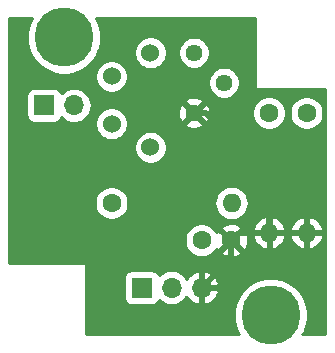
<source format=gbl>
G04 #@! TF.GenerationSoftware,KiCad,Pcbnew,(5.1.4)-1*
G04 #@! TF.CreationDate,2019-09-09T23:43:03+02:00*
G04 #@! TF.ProjectId,PTC,5054432e-6b69-4636-9164-5f7063625858,rev?*
G04 #@! TF.SameCoordinates,PXe4e1c0PY29f6300*
G04 #@! TF.FileFunction,Copper,L2,Bot*
G04 #@! TF.FilePolarity,Positive*
%FSLAX46Y46*%
G04 Gerber Fmt 4.6, Leading zero omitted, Abs format (unit mm)*
G04 Created by KiCad (PCBNEW (5.1.4)-1) date 2019-09-09 23:43:03*
%MOMM*%
%LPD*%
G04 APERTURE LIST*
%ADD10O,1.700000X1.700000*%
%ADD11R,1.700000X1.700000*%
%ADD12C,1.524000*%
%ADD13C,1.440000*%
%ADD14O,1.600000X1.600000*%
%ADD15C,1.600000*%
%ADD16C,5.000000*%
%ADD17C,0.500000*%
%ADD18C,0.254000*%
G04 APERTURE END LIST*
D10*
X6590000Y20505000D03*
D11*
X4050000Y20505000D03*
D10*
X17385000Y5074500D03*
X14845000Y5074500D03*
D11*
X12305000Y5074500D03*
D12*
X13065000Y16950000D03*
X9765000Y22950000D03*
X13065000Y24950000D03*
X9765000Y18950000D03*
D13*
X16750000Y19870000D03*
X19290000Y22410000D03*
X16750000Y24950000D03*
D14*
X19925000Y12250000D03*
D15*
X9765000Y12250000D03*
D14*
X23100000Y9710000D03*
D15*
X23100000Y19870000D03*
D14*
X26275000Y9710000D03*
D15*
X26275000Y19870000D03*
X19885000Y9075000D03*
X17385000Y9075000D03*
D16*
X23250000Y2750000D03*
X5750000Y26250000D03*
D17*
X19885000Y7574500D02*
X19885000Y9075000D01*
X17385000Y5074500D02*
X19885000Y7574500D01*
X20520000Y9710000D02*
X19885000Y9075000D01*
X23100000Y9710000D02*
X20520000Y9710000D01*
X23100000Y9710000D02*
X26275000Y9710000D01*
X23100000Y10841370D02*
X23100000Y9710000D01*
X23100000Y14538233D02*
X23100000Y10841370D01*
X17768233Y19870000D02*
X23100000Y14538233D01*
X16750000Y19870000D02*
X17768233Y19870000D01*
D18*
G36*
X2971799Y27734979D02*
G01*
X2735476Y27164446D01*
X2615000Y26558771D01*
X2615000Y25941229D01*
X2735476Y25335554D01*
X2971799Y24765021D01*
X3314886Y24251554D01*
X3751554Y23814886D01*
X4265021Y23471799D01*
X4835554Y23235476D01*
X5441229Y23115000D01*
X6058771Y23115000D01*
X6664446Y23235476D01*
X7234979Y23471799D01*
X7748446Y23814886D01*
X8185114Y24251554D01*
X8528201Y24765021D01*
X8661814Y25087592D01*
X11668000Y25087592D01*
X11668000Y24812408D01*
X11721686Y24542510D01*
X11826995Y24288273D01*
X11979880Y24059465D01*
X12174465Y23864880D01*
X12403273Y23711995D01*
X12657510Y23606686D01*
X12927408Y23553000D01*
X13202592Y23553000D01*
X13472490Y23606686D01*
X13726727Y23711995D01*
X13955535Y23864880D01*
X14150120Y24059465D01*
X14303005Y24288273D01*
X14408314Y24542510D01*
X14462000Y24812408D01*
X14462000Y25083456D01*
X15395000Y25083456D01*
X15395000Y24816544D01*
X15447072Y24554761D01*
X15549215Y24308167D01*
X15697503Y24086238D01*
X15886238Y23897503D01*
X16108167Y23749215D01*
X16354761Y23647072D01*
X16616544Y23595000D01*
X16883456Y23595000D01*
X17145239Y23647072D01*
X17391833Y23749215D01*
X17613762Y23897503D01*
X17802497Y24086238D01*
X17950785Y24308167D01*
X18052928Y24554761D01*
X18105000Y24816544D01*
X18105000Y25083456D01*
X18052928Y25345239D01*
X17950785Y25591833D01*
X17802497Y25813762D01*
X17613762Y26002497D01*
X17391833Y26150785D01*
X17145239Y26252928D01*
X16883456Y26305000D01*
X16616544Y26305000D01*
X16354761Y26252928D01*
X16108167Y26150785D01*
X15886238Y26002497D01*
X15697503Y25813762D01*
X15549215Y25591833D01*
X15447072Y25345239D01*
X15395000Y25083456D01*
X14462000Y25083456D01*
X14462000Y25087592D01*
X14408314Y25357490D01*
X14303005Y25611727D01*
X14150120Y25840535D01*
X13955535Y26035120D01*
X13726727Y26188005D01*
X13472490Y26293314D01*
X13202592Y26347000D01*
X12927408Y26347000D01*
X12657510Y26293314D01*
X12403273Y26188005D01*
X12174465Y26035120D01*
X11979880Y25840535D01*
X11826995Y25611727D01*
X11721686Y25357490D01*
X11668000Y25087592D01*
X8661814Y25087592D01*
X8764524Y25335554D01*
X8885000Y25941229D01*
X8885000Y26558771D01*
X8764524Y27164446D01*
X8528201Y27734979D01*
X8435978Y27873000D01*
X21873000Y27873000D01*
X21873000Y22000000D01*
X21875440Y21975224D01*
X21882667Y21951399D01*
X21894403Y21929443D01*
X21910197Y21910197D01*
X21929443Y21894403D01*
X21951399Y21882667D01*
X21975224Y21875440D01*
X22000000Y21873000D01*
X27873000Y21873000D01*
X27873000Y1127000D01*
X25935978Y1127000D01*
X26028201Y1265021D01*
X26264524Y1835554D01*
X26385000Y2441229D01*
X26385000Y3058771D01*
X26264524Y3664446D01*
X26028201Y4234979D01*
X25685114Y4748446D01*
X25248446Y5185114D01*
X24734979Y5528201D01*
X24164446Y5764524D01*
X23558771Y5885000D01*
X22941229Y5885000D01*
X22335554Y5764524D01*
X21765021Y5528201D01*
X21251554Y5185114D01*
X20814886Y4748446D01*
X20471799Y4234979D01*
X20235476Y3664446D01*
X20115000Y3058771D01*
X20115000Y2441229D01*
X20235476Y1835554D01*
X20471799Y1265021D01*
X20564022Y1127000D01*
X7627000Y1127000D01*
X7627000Y5924500D01*
X10816928Y5924500D01*
X10816928Y4224500D01*
X10829188Y4100018D01*
X10865498Y3980320D01*
X10924463Y3870006D01*
X11003815Y3773315D01*
X11100506Y3693963D01*
X11210820Y3634998D01*
X11330518Y3598688D01*
X11455000Y3586428D01*
X13155000Y3586428D01*
X13279482Y3598688D01*
X13399180Y3634998D01*
X13509494Y3693963D01*
X13606185Y3773315D01*
X13685537Y3870006D01*
X13744502Y3980320D01*
X13765393Y4049187D01*
X13789866Y4019366D01*
X14015986Y3833794D01*
X14273966Y3695901D01*
X14553889Y3610987D01*
X14772050Y3589500D01*
X14917950Y3589500D01*
X15136111Y3610987D01*
X15416034Y3695901D01*
X15674014Y3833794D01*
X15900134Y4019366D01*
X16085706Y4245486D01*
X16120201Y4310023D01*
X16189822Y4193145D01*
X16384731Y3976912D01*
X16618080Y3802859D01*
X16880901Y3677675D01*
X17028110Y3633024D01*
X17258000Y3754345D01*
X17258000Y4947500D01*
X17512000Y4947500D01*
X17512000Y3754345D01*
X17741890Y3633024D01*
X17889099Y3677675D01*
X18151920Y3802859D01*
X18385269Y3976912D01*
X18580178Y4193145D01*
X18729157Y4443248D01*
X18826481Y4717609D01*
X18705814Y4947500D01*
X17512000Y4947500D01*
X17258000Y4947500D01*
X17238000Y4947500D01*
X17238000Y5201500D01*
X17258000Y5201500D01*
X17258000Y6394655D01*
X17512000Y6394655D01*
X17512000Y5201500D01*
X18705814Y5201500D01*
X18826481Y5431391D01*
X18729157Y5705752D01*
X18580178Y5955855D01*
X18385269Y6172088D01*
X18151920Y6346141D01*
X17889099Y6471325D01*
X17741890Y6515976D01*
X17512000Y6394655D01*
X17258000Y6394655D01*
X17028110Y6515976D01*
X16880901Y6471325D01*
X16618080Y6346141D01*
X16384731Y6172088D01*
X16189822Y5955855D01*
X16120201Y5838977D01*
X16085706Y5903514D01*
X15900134Y6129634D01*
X15674014Y6315206D01*
X15416034Y6453099D01*
X15136111Y6538013D01*
X14917950Y6559500D01*
X14772050Y6559500D01*
X14553889Y6538013D01*
X14273966Y6453099D01*
X14015986Y6315206D01*
X13789866Y6129634D01*
X13765393Y6099813D01*
X13744502Y6168680D01*
X13685537Y6278994D01*
X13606185Y6375685D01*
X13509494Y6455037D01*
X13399180Y6514002D01*
X13279482Y6550312D01*
X13155000Y6562572D01*
X11455000Y6562572D01*
X11330518Y6550312D01*
X11210820Y6514002D01*
X11100506Y6455037D01*
X11003815Y6375685D01*
X10924463Y6278994D01*
X10865498Y6168680D01*
X10829188Y6048982D01*
X10816928Y5924500D01*
X7627000Y5924500D01*
X7627000Y7000000D01*
X7624560Y7024776D01*
X7617333Y7048601D01*
X7605597Y7070557D01*
X7589803Y7089803D01*
X7570557Y7105597D01*
X7548601Y7117333D01*
X7524776Y7124560D01*
X7500000Y7127000D01*
X1127000Y7127000D01*
X1127000Y9216335D01*
X15950000Y9216335D01*
X15950000Y8933665D01*
X16005147Y8656426D01*
X16113320Y8395273D01*
X16270363Y8160241D01*
X16470241Y7960363D01*
X16705273Y7803320D01*
X16966426Y7695147D01*
X17243665Y7640000D01*
X17526335Y7640000D01*
X17803574Y7695147D01*
X18064727Y7803320D01*
X18299759Y7960363D01*
X18421694Y8082298D01*
X19071903Y8082298D01*
X19143486Y7838329D01*
X19398996Y7717429D01*
X19673184Y7648700D01*
X19955512Y7634783D01*
X20235130Y7676213D01*
X20501292Y7771397D01*
X20626514Y7838329D01*
X20698097Y8082298D01*
X19885000Y8895395D01*
X19071903Y8082298D01*
X18421694Y8082298D01*
X18499637Y8160241D01*
X18633692Y8360869D01*
X18648329Y8333486D01*
X18892298Y8261903D01*
X19705395Y9075000D01*
X20064605Y9075000D01*
X20877702Y8261903D01*
X21121671Y8333486D01*
X21242571Y8588996D01*
X21311300Y8863184D01*
X21325217Y9145512D01*
X21293295Y9360960D01*
X21708091Y9360960D01*
X21802930Y9096119D01*
X21947615Y8854869D01*
X22136586Y8646481D01*
X22362580Y8478963D01*
X22616913Y8358754D01*
X22750961Y8318096D01*
X22973000Y8440085D01*
X22973000Y9583000D01*
X23227000Y9583000D01*
X23227000Y8440085D01*
X23449039Y8318096D01*
X23583087Y8358754D01*
X23837420Y8478963D01*
X24063414Y8646481D01*
X24252385Y8854869D01*
X24397070Y9096119D01*
X24491909Y9360960D01*
X24883091Y9360960D01*
X24977930Y9096119D01*
X25122615Y8854869D01*
X25311586Y8646481D01*
X25537580Y8478963D01*
X25791913Y8358754D01*
X25925961Y8318096D01*
X26148000Y8440085D01*
X26148000Y9583000D01*
X26402000Y9583000D01*
X26402000Y8440085D01*
X26624039Y8318096D01*
X26758087Y8358754D01*
X27012420Y8478963D01*
X27238414Y8646481D01*
X27427385Y8854869D01*
X27572070Y9096119D01*
X27666909Y9360960D01*
X27545624Y9583000D01*
X26402000Y9583000D01*
X26148000Y9583000D01*
X25004376Y9583000D01*
X24883091Y9360960D01*
X24491909Y9360960D01*
X24370624Y9583000D01*
X23227000Y9583000D01*
X22973000Y9583000D01*
X21829376Y9583000D01*
X21708091Y9360960D01*
X21293295Y9360960D01*
X21283787Y9425130D01*
X21188603Y9691292D01*
X21121671Y9816514D01*
X20877702Y9888097D01*
X20064605Y9075000D01*
X19705395Y9075000D01*
X18892298Y9888097D01*
X18648329Y9816514D01*
X18634676Y9787659D01*
X18499637Y9989759D01*
X18421694Y10067702D01*
X19071903Y10067702D01*
X19885000Y9254605D01*
X20689435Y10059040D01*
X21708091Y10059040D01*
X21829376Y9837000D01*
X22973000Y9837000D01*
X22973000Y10979915D01*
X23227000Y10979915D01*
X23227000Y9837000D01*
X24370624Y9837000D01*
X24491909Y10059040D01*
X24883091Y10059040D01*
X25004376Y9837000D01*
X26148000Y9837000D01*
X26148000Y10979915D01*
X26402000Y10979915D01*
X26402000Y9837000D01*
X27545624Y9837000D01*
X27666909Y10059040D01*
X27572070Y10323881D01*
X27427385Y10565131D01*
X27238414Y10773519D01*
X27012420Y10941037D01*
X26758087Y11061246D01*
X26624039Y11101904D01*
X26402000Y10979915D01*
X26148000Y10979915D01*
X25925961Y11101904D01*
X25791913Y11061246D01*
X25537580Y10941037D01*
X25311586Y10773519D01*
X25122615Y10565131D01*
X24977930Y10323881D01*
X24883091Y10059040D01*
X24491909Y10059040D01*
X24397070Y10323881D01*
X24252385Y10565131D01*
X24063414Y10773519D01*
X23837420Y10941037D01*
X23583087Y11061246D01*
X23449039Y11101904D01*
X23227000Y10979915D01*
X22973000Y10979915D01*
X22750961Y11101904D01*
X22616913Y11061246D01*
X22362580Y10941037D01*
X22136586Y10773519D01*
X21947615Y10565131D01*
X21802930Y10323881D01*
X21708091Y10059040D01*
X20689435Y10059040D01*
X20698097Y10067702D01*
X20626514Y10311671D01*
X20371004Y10432571D01*
X20096816Y10501300D01*
X19814488Y10515217D01*
X19534870Y10473787D01*
X19268708Y10378603D01*
X19143486Y10311671D01*
X19071903Y10067702D01*
X18421694Y10067702D01*
X18299759Y10189637D01*
X18064727Y10346680D01*
X17803574Y10454853D01*
X17526335Y10510000D01*
X17243665Y10510000D01*
X16966426Y10454853D01*
X16705273Y10346680D01*
X16470241Y10189637D01*
X16270363Y9989759D01*
X16113320Y9754727D01*
X16005147Y9493574D01*
X15950000Y9216335D01*
X1127000Y9216335D01*
X1127000Y12391335D01*
X8330000Y12391335D01*
X8330000Y12108665D01*
X8385147Y11831426D01*
X8493320Y11570273D01*
X8650363Y11335241D01*
X8850241Y11135363D01*
X9085273Y10978320D01*
X9346426Y10870147D01*
X9623665Y10815000D01*
X9906335Y10815000D01*
X10183574Y10870147D01*
X10444727Y10978320D01*
X10679759Y11135363D01*
X10879637Y11335241D01*
X11036680Y11570273D01*
X11144853Y11831426D01*
X11200000Y12108665D01*
X11200000Y12250000D01*
X18483057Y12250000D01*
X18510764Y11968691D01*
X18592818Y11698192D01*
X18726068Y11448899D01*
X18905392Y11230392D01*
X19123899Y11051068D01*
X19373192Y10917818D01*
X19643691Y10835764D01*
X19854508Y10815000D01*
X19995492Y10815000D01*
X20206309Y10835764D01*
X20476808Y10917818D01*
X20726101Y11051068D01*
X20944608Y11230392D01*
X21123932Y11448899D01*
X21257182Y11698192D01*
X21339236Y11968691D01*
X21366943Y12250000D01*
X21339236Y12531309D01*
X21257182Y12801808D01*
X21123932Y13051101D01*
X20944608Y13269608D01*
X20726101Y13448932D01*
X20476808Y13582182D01*
X20206309Y13664236D01*
X19995492Y13685000D01*
X19854508Y13685000D01*
X19643691Y13664236D01*
X19373192Y13582182D01*
X19123899Y13448932D01*
X18905392Y13269608D01*
X18726068Y13051101D01*
X18592818Y12801808D01*
X18510764Y12531309D01*
X18483057Y12250000D01*
X11200000Y12250000D01*
X11200000Y12391335D01*
X11144853Y12668574D01*
X11036680Y12929727D01*
X10879637Y13164759D01*
X10679759Y13364637D01*
X10444727Y13521680D01*
X10183574Y13629853D01*
X9906335Y13685000D01*
X9623665Y13685000D01*
X9346426Y13629853D01*
X9085273Y13521680D01*
X8850241Y13364637D01*
X8650363Y13164759D01*
X8493320Y12929727D01*
X8385147Y12668574D01*
X8330000Y12391335D01*
X1127000Y12391335D01*
X1127000Y17087592D01*
X11668000Y17087592D01*
X11668000Y16812408D01*
X11721686Y16542510D01*
X11826995Y16288273D01*
X11979880Y16059465D01*
X12174465Y15864880D01*
X12403273Y15711995D01*
X12657510Y15606686D01*
X12927408Y15553000D01*
X13202592Y15553000D01*
X13472490Y15606686D01*
X13726727Y15711995D01*
X13955535Y15864880D01*
X14150120Y16059465D01*
X14303005Y16288273D01*
X14408314Y16542510D01*
X14462000Y16812408D01*
X14462000Y17087592D01*
X14408314Y17357490D01*
X14303005Y17611727D01*
X14150120Y17840535D01*
X13955535Y18035120D01*
X13726727Y18188005D01*
X13472490Y18293314D01*
X13202592Y18347000D01*
X12927408Y18347000D01*
X12657510Y18293314D01*
X12403273Y18188005D01*
X12174465Y18035120D01*
X11979880Y17840535D01*
X11826995Y17611727D01*
X11721686Y17357490D01*
X11668000Y17087592D01*
X1127000Y17087592D01*
X1127000Y21355000D01*
X2561928Y21355000D01*
X2561928Y19655000D01*
X2574188Y19530518D01*
X2610498Y19410820D01*
X2669463Y19300506D01*
X2748815Y19203815D01*
X2845506Y19124463D01*
X2955820Y19065498D01*
X3075518Y19029188D01*
X3200000Y19016928D01*
X4900000Y19016928D01*
X5024482Y19029188D01*
X5144180Y19065498D01*
X5254494Y19124463D01*
X5351185Y19203815D01*
X5430537Y19300506D01*
X5489502Y19410820D01*
X5510393Y19479687D01*
X5534866Y19449866D01*
X5760986Y19264294D01*
X6018966Y19126401D01*
X6298889Y19041487D01*
X6517050Y19020000D01*
X6662950Y19020000D01*
X6881111Y19041487D01*
X7033098Y19087592D01*
X8368000Y19087592D01*
X8368000Y18812408D01*
X8421686Y18542510D01*
X8526995Y18288273D01*
X8679880Y18059465D01*
X8874465Y17864880D01*
X9103273Y17711995D01*
X9357510Y17606686D01*
X9627408Y17553000D01*
X9902592Y17553000D01*
X10172490Y17606686D01*
X10426727Y17711995D01*
X10655535Y17864880D01*
X10850120Y18059465D01*
X11003005Y18288273D01*
X11108314Y18542510D01*
X11162000Y18812408D01*
X11162000Y18934440D01*
X15994045Y18934440D01*
X16055932Y18698632D01*
X16297790Y18585734D01*
X16557027Y18522189D01*
X16823680Y18510439D01*
X17087501Y18550937D01*
X17338353Y18642125D01*
X17444068Y18698632D01*
X17505955Y18934440D01*
X16750000Y19690395D01*
X15994045Y18934440D01*
X11162000Y18934440D01*
X11162000Y19087592D01*
X11108314Y19357490D01*
X11003005Y19611727D01*
X10879664Y19796320D01*
X15390439Y19796320D01*
X15430937Y19532499D01*
X15522125Y19281647D01*
X15578632Y19175932D01*
X15814440Y19114045D01*
X16570395Y19870000D01*
X16929605Y19870000D01*
X17685560Y19114045D01*
X17921368Y19175932D01*
X18034266Y19417790D01*
X18097811Y19677027D01*
X18109561Y19943680D01*
X18099176Y20011335D01*
X21665000Y20011335D01*
X21665000Y19728665D01*
X21720147Y19451426D01*
X21828320Y19190273D01*
X21985363Y18955241D01*
X22185241Y18755363D01*
X22420273Y18598320D01*
X22681426Y18490147D01*
X22958665Y18435000D01*
X23241335Y18435000D01*
X23518574Y18490147D01*
X23779727Y18598320D01*
X24014759Y18755363D01*
X24214637Y18955241D01*
X24371680Y19190273D01*
X24479853Y19451426D01*
X24535000Y19728665D01*
X24535000Y20011335D01*
X24840000Y20011335D01*
X24840000Y19728665D01*
X24895147Y19451426D01*
X25003320Y19190273D01*
X25160363Y18955241D01*
X25360241Y18755363D01*
X25595273Y18598320D01*
X25856426Y18490147D01*
X26133665Y18435000D01*
X26416335Y18435000D01*
X26693574Y18490147D01*
X26954727Y18598320D01*
X27189759Y18755363D01*
X27389637Y18955241D01*
X27546680Y19190273D01*
X27654853Y19451426D01*
X27710000Y19728665D01*
X27710000Y20011335D01*
X27654853Y20288574D01*
X27546680Y20549727D01*
X27389637Y20784759D01*
X27189759Y20984637D01*
X26954727Y21141680D01*
X26693574Y21249853D01*
X26416335Y21305000D01*
X26133665Y21305000D01*
X25856426Y21249853D01*
X25595273Y21141680D01*
X25360241Y20984637D01*
X25160363Y20784759D01*
X25003320Y20549727D01*
X24895147Y20288574D01*
X24840000Y20011335D01*
X24535000Y20011335D01*
X24479853Y20288574D01*
X24371680Y20549727D01*
X24214637Y20784759D01*
X24014759Y20984637D01*
X23779727Y21141680D01*
X23518574Y21249853D01*
X23241335Y21305000D01*
X22958665Y21305000D01*
X22681426Y21249853D01*
X22420273Y21141680D01*
X22185241Y20984637D01*
X21985363Y20784759D01*
X21828320Y20549727D01*
X21720147Y20288574D01*
X21665000Y20011335D01*
X18099176Y20011335D01*
X18069063Y20207501D01*
X17977875Y20458353D01*
X17921368Y20564068D01*
X17685560Y20625955D01*
X16929605Y19870000D01*
X16570395Y19870000D01*
X15814440Y20625955D01*
X15578632Y20564068D01*
X15465734Y20322210D01*
X15402189Y20062973D01*
X15390439Y19796320D01*
X10879664Y19796320D01*
X10850120Y19840535D01*
X10655535Y20035120D01*
X10426727Y20188005D01*
X10172490Y20293314D01*
X9902592Y20347000D01*
X9627408Y20347000D01*
X9357510Y20293314D01*
X9103273Y20188005D01*
X8874465Y20035120D01*
X8679880Y19840535D01*
X8526995Y19611727D01*
X8421686Y19357490D01*
X8368000Y19087592D01*
X7033098Y19087592D01*
X7161034Y19126401D01*
X7419014Y19264294D01*
X7645134Y19449866D01*
X7830706Y19675986D01*
X7968599Y19933966D01*
X8053513Y20213889D01*
X8082185Y20505000D01*
X8053513Y20796111D01*
X8050647Y20805560D01*
X15994045Y20805560D01*
X16750000Y20049605D01*
X17505955Y20805560D01*
X17444068Y21041368D01*
X17202210Y21154266D01*
X16942973Y21217811D01*
X16676320Y21229561D01*
X16412499Y21189063D01*
X16161647Y21097875D01*
X16055932Y21041368D01*
X15994045Y20805560D01*
X8050647Y20805560D01*
X7968599Y21076034D01*
X7830706Y21334014D01*
X7645134Y21560134D01*
X7419014Y21745706D01*
X7161034Y21883599D01*
X6881111Y21968513D01*
X6662950Y21990000D01*
X6517050Y21990000D01*
X6298889Y21968513D01*
X6018966Y21883599D01*
X5760986Y21745706D01*
X5534866Y21560134D01*
X5510393Y21530313D01*
X5489502Y21599180D01*
X5430537Y21709494D01*
X5351185Y21806185D01*
X5254494Y21885537D01*
X5144180Y21944502D01*
X5024482Y21980812D01*
X4900000Y21993072D01*
X3200000Y21993072D01*
X3075518Y21980812D01*
X2955820Y21944502D01*
X2845506Y21885537D01*
X2748815Y21806185D01*
X2669463Y21709494D01*
X2610498Y21599180D01*
X2574188Y21479482D01*
X2561928Y21355000D01*
X1127000Y21355000D01*
X1127000Y23087592D01*
X8368000Y23087592D01*
X8368000Y22812408D01*
X8421686Y22542510D01*
X8526995Y22288273D01*
X8679880Y22059465D01*
X8874465Y21864880D01*
X9103273Y21711995D01*
X9357510Y21606686D01*
X9627408Y21553000D01*
X9902592Y21553000D01*
X10172490Y21606686D01*
X10426727Y21711995D01*
X10655535Y21864880D01*
X10850120Y22059465D01*
X11003005Y22288273D01*
X11108314Y22542510D01*
X11108502Y22543456D01*
X17935000Y22543456D01*
X17935000Y22276544D01*
X17987072Y22014761D01*
X18089215Y21768167D01*
X18237503Y21546238D01*
X18426238Y21357503D01*
X18648167Y21209215D01*
X18894761Y21107072D01*
X19156544Y21055000D01*
X19423456Y21055000D01*
X19685239Y21107072D01*
X19931833Y21209215D01*
X20153762Y21357503D01*
X20342497Y21546238D01*
X20490785Y21768167D01*
X20592928Y22014761D01*
X20645000Y22276544D01*
X20645000Y22543456D01*
X20592928Y22805239D01*
X20490785Y23051833D01*
X20342497Y23273762D01*
X20153762Y23462497D01*
X19931833Y23610785D01*
X19685239Y23712928D01*
X19423456Y23765000D01*
X19156544Y23765000D01*
X18894761Y23712928D01*
X18648167Y23610785D01*
X18426238Y23462497D01*
X18237503Y23273762D01*
X18089215Y23051833D01*
X17987072Y22805239D01*
X17935000Y22543456D01*
X11108502Y22543456D01*
X11162000Y22812408D01*
X11162000Y23087592D01*
X11108314Y23357490D01*
X11003005Y23611727D01*
X10850120Y23840535D01*
X10655535Y24035120D01*
X10426727Y24188005D01*
X10172490Y24293314D01*
X9902592Y24347000D01*
X9627408Y24347000D01*
X9357510Y24293314D01*
X9103273Y24188005D01*
X8874465Y24035120D01*
X8679880Y23840535D01*
X8526995Y23611727D01*
X8421686Y23357490D01*
X8368000Y23087592D01*
X1127000Y23087592D01*
X1127000Y27873000D01*
X3064022Y27873000D01*
X2971799Y27734979D01*
X2971799Y27734979D01*
G37*
X2971799Y27734979D02*
X2735476Y27164446D01*
X2615000Y26558771D01*
X2615000Y25941229D01*
X2735476Y25335554D01*
X2971799Y24765021D01*
X3314886Y24251554D01*
X3751554Y23814886D01*
X4265021Y23471799D01*
X4835554Y23235476D01*
X5441229Y23115000D01*
X6058771Y23115000D01*
X6664446Y23235476D01*
X7234979Y23471799D01*
X7748446Y23814886D01*
X8185114Y24251554D01*
X8528201Y24765021D01*
X8661814Y25087592D01*
X11668000Y25087592D01*
X11668000Y24812408D01*
X11721686Y24542510D01*
X11826995Y24288273D01*
X11979880Y24059465D01*
X12174465Y23864880D01*
X12403273Y23711995D01*
X12657510Y23606686D01*
X12927408Y23553000D01*
X13202592Y23553000D01*
X13472490Y23606686D01*
X13726727Y23711995D01*
X13955535Y23864880D01*
X14150120Y24059465D01*
X14303005Y24288273D01*
X14408314Y24542510D01*
X14462000Y24812408D01*
X14462000Y25083456D01*
X15395000Y25083456D01*
X15395000Y24816544D01*
X15447072Y24554761D01*
X15549215Y24308167D01*
X15697503Y24086238D01*
X15886238Y23897503D01*
X16108167Y23749215D01*
X16354761Y23647072D01*
X16616544Y23595000D01*
X16883456Y23595000D01*
X17145239Y23647072D01*
X17391833Y23749215D01*
X17613762Y23897503D01*
X17802497Y24086238D01*
X17950785Y24308167D01*
X18052928Y24554761D01*
X18105000Y24816544D01*
X18105000Y25083456D01*
X18052928Y25345239D01*
X17950785Y25591833D01*
X17802497Y25813762D01*
X17613762Y26002497D01*
X17391833Y26150785D01*
X17145239Y26252928D01*
X16883456Y26305000D01*
X16616544Y26305000D01*
X16354761Y26252928D01*
X16108167Y26150785D01*
X15886238Y26002497D01*
X15697503Y25813762D01*
X15549215Y25591833D01*
X15447072Y25345239D01*
X15395000Y25083456D01*
X14462000Y25083456D01*
X14462000Y25087592D01*
X14408314Y25357490D01*
X14303005Y25611727D01*
X14150120Y25840535D01*
X13955535Y26035120D01*
X13726727Y26188005D01*
X13472490Y26293314D01*
X13202592Y26347000D01*
X12927408Y26347000D01*
X12657510Y26293314D01*
X12403273Y26188005D01*
X12174465Y26035120D01*
X11979880Y25840535D01*
X11826995Y25611727D01*
X11721686Y25357490D01*
X11668000Y25087592D01*
X8661814Y25087592D01*
X8764524Y25335554D01*
X8885000Y25941229D01*
X8885000Y26558771D01*
X8764524Y27164446D01*
X8528201Y27734979D01*
X8435978Y27873000D01*
X21873000Y27873000D01*
X21873000Y22000000D01*
X21875440Y21975224D01*
X21882667Y21951399D01*
X21894403Y21929443D01*
X21910197Y21910197D01*
X21929443Y21894403D01*
X21951399Y21882667D01*
X21975224Y21875440D01*
X22000000Y21873000D01*
X27873000Y21873000D01*
X27873000Y1127000D01*
X25935978Y1127000D01*
X26028201Y1265021D01*
X26264524Y1835554D01*
X26385000Y2441229D01*
X26385000Y3058771D01*
X26264524Y3664446D01*
X26028201Y4234979D01*
X25685114Y4748446D01*
X25248446Y5185114D01*
X24734979Y5528201D01*
X24164446Y5764524D01*
X23558771Y5885000D01*
X22941229Y5885000D01*
X22335554Y5764524D01*
X21765021Y5528201D01*
X21251554Y5185114D01*
X20814886Y4748446D01*
X20471799Y4234979D01*
X20235476Y3664446D01*
X20115000Y3058771D01*
X20115000Y2441229D01*
X20235476Y1835554D01*
X20471799Y1265021D01*
X20564022Y1127000D01*
X7627000Y1127000D01*
X7627000Y5924500D01*
X10816928Y5924500D01*
X10816928Y4224500D01*
X10829188Y4100018D01*
X10865498Y3980320D01*
X10924463Y3870006D01*
X11003815Y3773315D01*
X11100506Y3693963D01*
X11210820Y3634998D01*
X11330518Y3598688D01*
X11455000Y3586428D01*
X13155000Y3586428D01*
X13279482Y3598688D01*
X13399180Y3634998D01*
X13509494Y3693963D01*
X13606185Y3773315D01*
X13685537Y3870006D01*
X13744502Y3980320D01*
X13765393Y4049187D01*
X13789866Y4019366D01*
X14015986Y3833794D01*
X14273966Y3695901D01*
X14553889Y3610987D01*
X14772050Y3589500D01*
X14917950Y3589500D01*
X15136111Y3610987D01*
X15416034Y3695901D01*
X15674014Y3833794D01*
X15900134Y4019366D01*
X16085706Y4245486D01*
X16120201Y4310023D01*
X16189822Y4193145D01*
X16384731Y3976912D01*
X16618080Y3802859D01*
X16880901Y3677675D01*
X17028110Y3633024D01*
X17258000Y3754345D01*
X17258000Y4947500D01*
X17512000Y4947500D01*
X17512000Y3754345D01*
X17741890Y3633024D01*
X17889099Y3677675D01*
X18151920Y3802859D01*
X18385269Y3976912D01*
X18580178Y4193145D01*
X18729157Y4443248D01*
X18826481Y4717609D01*
X18705814Y4947500D01*
X17512000Y4947500D01*
X17258000Y4947500D01*
X17238000Y4947500D01*
X17238000Y5201500D01*
X17258000Y5201500D01*
X17258000Y6394655D01*
X17512000Y6394655D01*
X17512000Y5201500D01*
X18705814Y5201500D01*
X18826481Y5431391D01*
X18729157Y5705752D01*
X18580178Y5955855D01*
X18385269Y6172088D01*
X18151920Y6346141D01*
X17889099Y6471325D01*
X17741890Y6515976D01*
X17512000Y6394655D01*
X17258000Y6394655D01*
X17028110Y6515976D01*
X16880901Y6471325D01*
X16618080Y6346141D01*
X16384731Y6172088D01*
X16189822Y5955855D01*
X16120201Y5838977D01*
X16085706Y5903514D01*
X15900134Y6129634D01*
X15674014Y6315206D01*
X15416034Y6453099D01*
X15136111Y6538013D01*
X14917950Y6559500D01*
X14772050Y6559500D01*
X14553889Y6538013D01*
X14273966Y6453099D01*
X14015986Y6315206D01*
X13789866Y6129634D01*
X13765393Y6099813D01*
X13744502Y6168680D01*
X13685537Y6278994D01*
X13606185Y6375685D01*
X13509494Y6455037D01*
X13399180Y6514002D01*
X13279482Y6550312D01*
X13155000Y6562572D01*
X11455000Y6562572D01*
X11330518Y6550312D01*
X11210820Y6514002D01*
X11100506Y6455037D01*
X11003815Y6375685D01*
X10924463Y6278994D01*
X10865498Y6168680D01*
X10829188Y6048982D01*
X10816928Y5924500D01*
X7627000Y5924500D01*
X7627000Y7000000D01*
X7624560Y7024776D01*
X7617333Y7048601D01*
X7605597Y7070557D01*
X7589803Y7089803D01*
X7570557Y7105597D01*
X7548601Y7117333D01*
X7524776Y7124560D01*
X7500000Y7127000D01*
X1127000Y7127000D01*
X1127000Y9216335D01*
X15950000Y9216335D01*
X15950000Y8933665D01*
X16005147Y8656426D01*
X16113320Y8395273D01*
X16270363Y8160241D01*
X16470241Y7960363D01*
X16705273Y7803320D01*
X16966426Y7695147D01*
X17243665Y7640000D01*
X17526335Y7640000D01*
X17803574Y7695147D01*
X18064727Y7803320D01*
X18299759Y7960363D01*
X18421694Y8082298D01*
X19071903Y8082298D01*
X19143486Y7838329D01*
X19398996Y7717429D01*
X19673184Y7648700D01*
X19955512Y7634783D01*
X20235130Y7676213D01*
X20501292Y7771397D01*
X20626514Y7838329D01*
X20698097Y8082298D01*
X19885000Y8895395D01*
X19071903Y8082298D01*
X18421694Y8082298D01*
X18499637Y8160241D01*
X18633692Y8360869D01*
X18648329Y8333486D01*
X18892298Y8261903D01*
X19705395Y9075000D01*
X20064605Y9075000D01*
X20877702Y8261903D01*
X21121671Y8333486D01*
X21242571Y8588996D01*
X21311300Y8863184D01*
X21325217Y9145512D01*
X21293295Y9360960D01*
X21708091Y9360960D01*
X21802930Y9096119D01*
X21947615Y8854869D01*
X22136586Y8646481D01*
X22362580Y8478963D01*
X22616913Y8358754D01*
X22750961Y8318096D01*
X22973000Y8440085D01*
X22973000Y9583000D01*
X23227000Y9583000D01*
X23227000Y8440085D01*
X23449039Y8318096D01*
X23583087Y8358754D01*
X23837420Y8478963D01*
X24063414Y8646481D01*
X24252385Y8854869D01*
X24397070Y9096119D01*
X24491909Y9360960D01*
X24883091Y9360960D01*
X24977930Y9096119D01*
X25122615Y8854869D01*
X25311586Y8646481D01*
X25537580Y8478963D01*
X25791913Y8358754D01*
X25925961Y8318096D01*
X26148000Y8440085D01*
X26148000Y9583000D01*
X26402000Y9583000D01*
X26402000Y8440085D01*
X26624039Y8318096D01*
X26758087Y8358754D01*
X27012420Y8478963D01*
X27238414Y8646481D01*
X27427385Y8854869D01*
X27572070Y9096119D01*
X27666909Y9360960D01*
X27545624Y9583000D01*
X26402000Y9583000D01*
X26148000Y9583000D01*
X25004376Y9583000D01*
X24883091Y9360960D01*
X24491909Y9360960D01*
X24370624Y9583000D01*
X23227000Y9583000D01*
X22973000Y9583000D01*
X21829376Y9583000D01*
X21708091Y9360960D01*
X21293295Y9360960D01*
X21283787Y9425130D01*
X21188603Y9691292D01*
X21121671Y9816514D01*
X20877702Y9888097D01*
X20064605Y9075000D01*
X19705395Y9075000D01*
X18892298Y9888097D01*
X18648329Y9816514D01*
X18634676Y9787659D01*
X18499637Y9989759D01*
X18421694Y10067702D01*
X19071903Y10067702D01*
X19885000Y9254605D01*
X20689435Y10059040D01*
X21708091Y10059040D01*
X21829376Y9837000D01*
X22973000Y9837000D01*
X22973000Y10979915D01*
X23227000Y10979915D01*
X23227000Y9837000D01*
X24370624Y9837000D01*
X24491909Y10059040D01*
X24883091Y10059040D01*
X25004376Y9837000D01*
X26148000Y9837000D01*
X26148000Y10979915D01*
X26402000Y10979915D01*
X26402000Y9837000D01*
X27545624Y9837000D01*
X27666909Y10059040D01*
X27572070Y10323881D01*
X27427385Y10565131D01*
X27238414Y10773519D01*
X27012420Y10941037D01*
X26758087Y11061246D01*
X26624039Y11101904D01*
X26402000Y10979915D01*
X26148000Y10979915D01*
X25925961Y11101904D01*
X25791913Y11061246D01*
X25537580Y10941037D01*
X25311586Y10773519D01*
X25122615Y10565131D01*
X24977930Y10323881D01*
X24883091Y10059040D01*
X24491909Y10059040D01*
X24397070Y10323881D01*
X24252385Y10565131D01*
X24063414Y10773519D01*
X23837420Y10941037D01*
X23583087Y11061246D01*
X23449039Y11101904D01*
X23227000Y10979915D01*
X22973000Y10979915D01*
X22750961Y11101904D01*
X22616913Y11061246D01*
X22362580Y10941037D01*
X22136586Y10773519D01*
X21947615Y10565131D01*
X21802930Y10323881D01*
X21708091Y10059040D01*
X20689435Y10059040D01*
X20698097Y10067702D01*
X20626514Y10311671D01*
X20371004Y10432571D01*
X20096816Y10501300D01*
X19814488Y10515217D01*
X19534870Y10473787D01*
X19268708Y10378603D01*
X19143486Y10311671D01*
X19071903Y10067702D01*
X18421694Y10067702D01*
X18299759Y10189637D01*
X18064727Y10346680D01*
X17803574Y10454853D01*
X17526335Y10510000D01*
X17243665Y10510000D01*
X16966426Y10454853D01*
X16705273Y10346680D01*
X16470241Y10189637D01*
X16270363Y9989759D01*
X16113320Y9754727D01*
X16005147Y9493574D01*
X15950000Y9216335D01*
X1127000Y9216335D01*
X1127000Y12391335D01*
X8330000Y12391335D01*
X8330000Y12108665D01*
X8385147Y11831426D01*
X8493320Y11570273D01*
X8650363Y11335241D01*
X8850241Y11135363D01*
X9085273Y10978320D01*
X9346426Y10870147D01*
X9623665Y10815000D01*
X9906335Y10815000D01*
X10183574Y10870147D01*
X10444727Y10978320D01*
X10679759Y11135363D01*
X10879637Y11335241D01*
X11036680Y11570273D01*
X11144853Y11831426D01*
X11200000Y12108665D01*
X11200000Y12250000D01*
X18483057Y12250000D01*
X18510764Y11968691D01*
X18592818Y11698192D01*
X18726068Y11448899D01*
X18905392Y11230392D01*
X19123899Y11051068D01*
X19373192Y10917818D01*
X19643691Y10835764D01*
X19854508Y10815000D01*
X19995492Y10815000D01*
X20206309Y10835764D01*
X20476808Y10917818D01*
X20726101Y11051068D01*
X20944608Y11230392D01*
X21123932Y11448899D01*
X21257182Y11698192D01*
X21339236Y11968691D01*
X21366943Y12250000D01*
X21339236Y12531309D01*
X21257182Y12801808D01*
X21123932Y13051101D01*
X20944608Y13269608D01*
X20726101Y13448932D01*
X20476808Y13582182D01*
X20206309Y13664236D01*
X19995492Y13685000D01*
X19854508Y13685000D01*
X19643691Y13664236D01*
X19373192Y13582182D01*
X19123899Y13448932D01*
X18905392Y13269608D01*
X18726068Y13051101D01*
X18592818Y12801808D01*
X18510764Y12531309D01*
X18483057Y12250000D01*
X11200000Y12250000D01*
X11200000Y12391335D01*
X11144853Y12668574D01*
X11036680Y12929727D01*
X10879637Y13164759D01*
X10679759Y13364637D01*
X10444727Y13521680D01*
X10183574Y13629853D01*
X9906335Y13685000D01*
X9623665Y13685000D01*
X9346426Y13629853D01*
X9085273Y13521680D01*
X8850241Y13364637D01*
X8650363Y13164759D01*
X8493320Y12929727D01*
X8385147Y12668574D01*
X8330000Y12391335D01*
X1127000Y12391335D01*
X1127000Y17087592D01*
X11668000Y17087592D01*
X11668000Y16812408D01*
X11721686Y16542510D01*
X11826995Y16288273D01*
X11979880Y16059465D01*
X12174465Y15864880D01*
X12403273Y15711995D01*
X12657510Y15606686D01*
X12927408Y15553000D01*
X13202592Y15553000D01*
X13472490Y15606686D01*
X13726727Y15711995D01*
X13955535Y15864880D01*
X14150120Y16059465D01*
X14303005Y16288273D01*
X14408314Y16542510D01*
X14462000Y16812408D01*
X14462000Y17087592D01*
X14408314Y17357490D01*
X14303005Y17611727D01*
X14150120Y17840535D01*
X13955535Y18035120D01*
X13726727Y18188005D01*
X13472490Y18293314D01*
X13202592Y18347000D01*
X12927408Y18347000D01*
X12657510Y18293314D01*
X12403273Y18188005D01*
X12174465Y18035120D01*
X11979880Y17840535D01*
X11826995Y17611727D01*
X11721686Y17357490D01*
X11668000Y17087592D01*
X1127000Y17087592D01*
X1127000Y21355000D01*
X2561928Y21355000D01*
X2561928Y19655000D01*
X2574188Y19530518D01*
X2610498Y19410820D01*
X2669463Y19300506D01*
X2748815Y19203815D01*
X2845506Y19124463D01*
X2955820Y19065498D01*
X3075518Y19029188D01*
X3200000Y19016928D01*
X4900000Y19016928D01*
X5024482Y19029188D01*
X5144180Y19065498D01*
X5254494Y19124463D01*
X5351185Y19203815D01*
X5430537Y19300506D01*
X5489502Y19410820D01*
X5510393Y19479687D01*
X5534866Y19449866D01*
X5760986Y19264294D01*
X6018966Y19126401D01*
X6298889Y19041487D01*
X6517050Y19020000D01*
X6662950Y19020000D01*
X6881111Y19041487D01*
X7033098Y19087592D01*
X8368000Y19087592D01*
X8368000Y18812408D01*
X8421686Y18542510D01*
X8526995Y18288273D01*
X8679880Y18059465D01*
X8874465Y17864880D01*
X9103273Y17711995D01*
X9357510Y17606686D01*
X9627408Y17553000D01*
X9902592Y17553000D01*
X10172490Y17606686D01*
X10426727Y17711995D01*
X10655535Y17864880D01*
X10850120Y18059465D01*
X11003005Y18288273D01*
X11108314Y18542510D01*
X11162000Y18812408D01*
X11162000Y18934440D01*
X15994045Y18934440D01*
X16055932Y18698632D01*
X16297790Y18585734D01*
X16557027Y18522189D01*
X16823680Y18510439D01*
X17087501Y18550937D01*
X17338353Y18642125D01*
X17444068Y18698632D01*
X17505955Y18934440D01*
X16750000Y19690395D01*
X15994045Y18934440D01*
X11162000Y18934440D01*
X11162000Y19087592D01*
X11108314Y19357490D01*
X11003005Y19611727D01*
X10879664Y19796320D01*
X15390439Y19796320D01*
X15430937Y19532499D01*
X15522125Y19281647D01*
X15578632Y19175932D01*
X15814440Y19114045D01*
X16570395Y19870000D01*
X16929605Y19870000D01*
X17685560Y19114045D01*
X17921368Y19175932D01*
X18034266Y19417790D01*
X18097811Y19677027D01*
X18109561Y19943680D01*
X18099176Y20011335D01*
X21665000Y20011335D01*
X21665000Y19728665D01*
X21720147Y19451426D01*
X21828320Y19190273D01*
X21985363Y18955241D01*
X22185241Y18755363D01*
X22420273Y18598320D01*
X22681426Y18490147D01*
X22958665Y18435000D01*
X23241335Y18435000D01*
X23518574Y18490147D01*
X23779727Y18598320D01*
X24014759Y18755363D01*
X24214637Y18955241D01*
X24371680Y19190273D01*
X24479853Y19451426D01*
X24535000Y19728665D01*
X24535000Y20011335D01*
X24840000Y20011335D01*
X24840000Y19728665D01*
X24895147Y19451426D01*
X25003320Y19190273D01*
X25160363Y18955241D01*
X25360241Y18755363D01*
X25595273Y18598320D01*
X25856426Y18490147D01*
X26133665Y18435000D01*
X26416335Y18435000D01*
X26693574Y18490147D01*
X26954727Y18598320D01*
X27189759Y18755363D01*
X27389637Y18955241D01*
X27546680Y19190273D01*
X27654853Y19451426D01*
X27710000Y19728665D01*
X27710000Y20011335D01*
X27654853Y20288574D01*
X27546680Y20549727D01*
X27389637Y20784759D01*
X27189759Y20984637D01*
X26954727Y21141680D01*
X26693574Y21249853D01*
X26416335Y21305000D01*
X26133665Y21305000D01*
X25856426Y21249853D01*
X25595273Y21141680D01*
X25360241Y20984637D01*
X25160363Y20784759D01*
X25003320Y20549727D01*
X24895147Y20288574D01*
X24840000Y20011335D01*
X24535000Y20011335D01*
X24479853Y20288574D01*
X24371680Y20549727D01*
X24214637Y20784759D01*
X24014759Y20984637D01*
X23779727Y21141680D01*
X23518574Y21249853D01*
X23241335Y21305000D01*
X22958665Y21305000D01*
X22681426Y21249853D01*
X22420273Y21141680D01*
X22185241Y20984637D01*
X21985363Y20784759D01*
X21828320Y20549727D01*
X21720147Y20288574D01*
X21665000Y20011335D01*
X18099176Y20011335D01*
X18069063Y20207501D01*
X17977875Y20458353D01*
X17921368Y20564068D01*
X17685560Y20625955D01*
X16929605Y19870000D01*
X16570395Y19870000D01*
X15814440Y20625955D01*
X15578632Y20564068D01*
X15465734Y20322210D01*
X15402189Y20062973D01*
X15390439Y19796320D01*
X10879664Y19796320D01*
X10850120Y19840535D01*
X10655535Y20035120D01*
X10426727Y20188005D01*
X10172490Y20293314D01*
X9902592Y20347000D01*
X9627408Y20347000D01*
X9357510Y20293314D01*
X9103273Y20188005D01*
X8874465Y20035120D01*
X8679880Y19840535D01*
X8526995Y19611727D01*
X8421686Y19357490D01*
X8368000Y19087592D01*
X7033098Y19087592D01*
X7161034Y19126401D01*
X7419014Y19264294D01*
X7645134Y19449866D01*
X7830706Y19675986D01*
X7968599Y19933966D01*
X8053513Y20213889D01*
X8082185Y20505000D01*
X8053513Y20796111D01*
X8050647Y20805560D01*
X15994045Y20805560D01*
X16750000Y20049605D01*
X17505955Y20805560D01*
X17444068Y21041368D01*
X17202210Y21154266D01*
X16942973Y21217811D01*
X16676320Y21229561D01*
X16412499Y21189063D01*
X16161647Y21097875D01*
X16055932Y21041368D01*
X15994045Y20805560D01*
X8050647Y20805560D01*
X7968599Y21076034D01*
X7830706Y21334014D01*
X7645134Y21560134D01*
X7419014Y21745706D01*
X7161034Y21883599D01*
X6881111Y21968513D01*
X6662950Y21990000D01*
X6517050Y21990000D01*
X6298889Y21968513D01*
X6018966Y21883599D01*
X5760986Y21745706D01*
X5534866Y21560134D01*
X5510393Y21530313D01*
X5489502Y21599180D01*
X5430537Y21709494D01*
X5351185Y21806185D01*
X5254494Y21885537D01*
X5144180Y21944502D01*
X5024482Y21980812D01*
X4900000Y21993072D01*
X3200000Y21993072D01*
X3075518Y21980812D01*
X2955820Y21944502D01*
X2845506Y21885537D01*
X2748815Y21806185D01*
X2669463Y21709494D01*
X2610498Y21599180D01*
X2574188Y21479482D01*
X2561928Y21355000D01*
X1127000Y21355000D01*
X1127000Y23087592D01*
X8368000Y23087592D01*
X8368000Y22812408D01*
X8421686Y22542510D01*
X8526995Y22288273D01*
X8679880Y22059465D01*
X8874465Y21864880D01*
X9103273Y21711995D01*
X9357510Y21606686D01*
X9627408Y21553000D01*
X9902592Y21553000D01*
X10172490Y21606686D01*
X10426727Y21711995D01*
X10655535Y21864880D01*
X10850120Y22059465D01*
X11003005Y22288273D01*
X11108314Y22542510D01*
X11108502Y22543456D01*
X17935000Y22543456D01*
X17935000Y22276544D01*
X17987072Y22014761D01*
X18089215Y21768167D01*
X18237503Y21546238D01*
X18426238Y21357503D01*
X18648167Y21209215D01*
X18894761Y21107072D01*
X19156544Y21055000D01*
X19423456Y21055000D01*
X19685239Y21107072D01*
X19931833Y21209215D01*
X20153762Y21357503D01*
X20342497Y21546238D01*
X20490785Y21768167D01*
X20592928Y22014761D01*
X20645000Y22276544D01*
X20645000Y22543456D01*
X20592928Y22805239D01*
X20490785Y23051833D01*
X20342497Y23273762D01*
X20153762Y23462497D01*
X19931833Y23610785D01*
X19685239Y23712928D01*
X19423456Y23765000D01*
X19156544Y23765000D01*
X18894761Y23712928D01*
X18648167Y23610785D01*
X18426238Y23462497D01*
X18237503Y23273762D01*
X18089215Y23051833D01*
X17987072Y22805239D01*
X17935000Y22543456D01*
X11108502Y22543456D01*
X11162000Y22812408D01*
X11162000Y23087592D01*
X11108314Y23357490D01*
X11003005Y23611727D01*
X10850120Y23840535D01*
X10655535Y24035120D01*
X10426727Y24188005D01*
X10172490Y24293314D01*
X9902592Y24347000D01*
X9627408Y24347000D01*
X9357510Y24293314D01*
X9103273Y24188005D01*
X8874465Y24035120D01*
X8679880Y23840535D01*
X8526995Y23611727D01*
X8421686Y23357490D01*
X8368000Y23087592D01*
X1127000Y23087592D01*
X1127000Y27873000D01*
X3064022Y27873000D01*
X2971799Y27734979D01*
M02*

</source>
